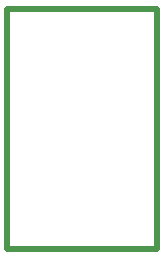
<source format=gko>
G04*
G04 #@! TF.GenerationSoftware,Altium Limited,Altium Designer,22.9.1 (49)*
G04*
G04 Layer_Color=16711935*
%FSLAX44Y44*%
%MOMM*%
G71*
G04*
G04 #@! TF.SameCoordinates,05789482-0283-4914-9F0E-1FA18675A4EC*
G04*
G04*
G04 #@! TF.FilePolarity,Positive*
G04*
G01*
G75*
%ADD20C,0.5080*%
D20*
X0Y0D02*
Y203200D01*
X127000D01*
Y0D02*
Y203200D01*
X0Y0D02*
X127000D01*
M02*

</source>
